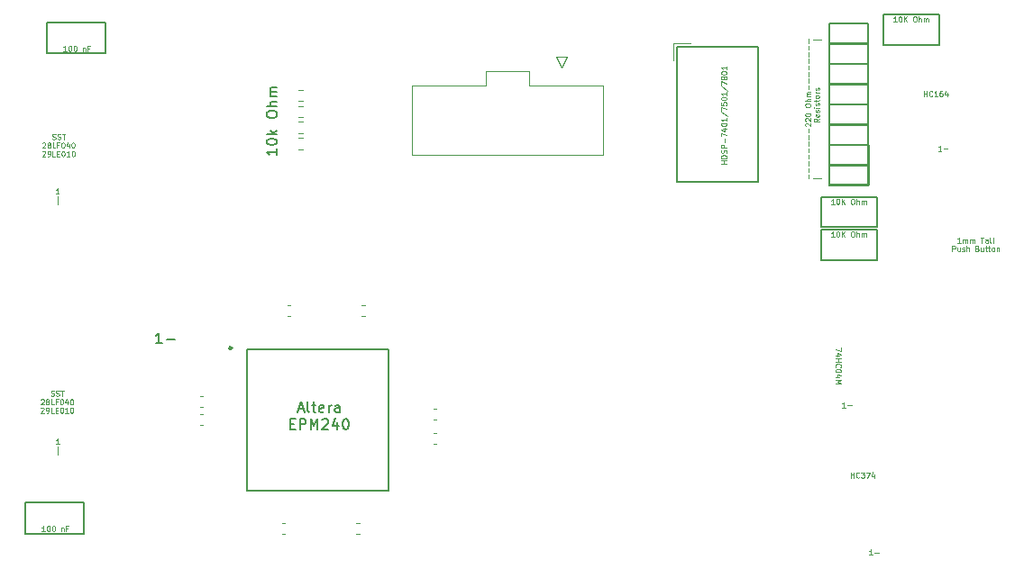
<source format=gbr>
%TF.GenerationSoftware,KiCad,Pcbnew,(6.0.2)*%
%TF.CreationDate,2022-12-30T16:08:33-06:00*%
%TF.ProjectId,REF1329_Altera,52454631-3332-4395-9f41-6c746572612e,rev?*%
%TF.SameCoordinates,Original*%
%TF.FileFunction,Legend,Top*%
%TF.FilePolarity,Positive*%
%FSLAX46Y46*%
G04 Gerber Fmt 4.6, Leading zero omitted, Abs format (unit mm)*
G04 Created by KiCad (PCBNEW (6.0.2)) date 2022-12-30 16:08:33*
%MOMM*%
%LPD*%
G01*
G04 APERTURE LIST*
%ADD10C,0.150000*%
%ADD11C,0.125000*%
%ADD12C,0.120000*%
%ADD13C,0.200000*%
%ADD14C,0.250000*%
G04 APERTURE END LIST*
D10*
X181709000Y-73933000D02*
X185329000Y-73933000D01*
X185329000Y-73933000D02*
X185329000Y-75808000D01*
X185329000Y-75808000D02*
X181709000Y-75808000D01*
X181709000Y-75808000D02*
X181709000Y-73933000D01*
X181709000Y-83474000D02*
X185364000Y-83474000D01*
X185364000Y-83474000D02*
X185364000Y-85364000D01*
X185364000Y-85364000D02*
X181709000Y-85364000D01*
X181709000Y-85364000D02*
X181709000Y-83474000D01*
X181709000Y-85372000D02*
X185364000Y-85372000D01*
X185364000Y-85372000D02*
X185364000Y-87198000D01*
X185364000Y-87198000D02*
X181709000Y-87198000D01*
X181709000Y-87198000D02*
X181709000Y-85372000D01*
X181709000Y-77714000D02*
X185295000Y-77714000D01*
X185295000Y-77714000D02*
X185295000Y-79629000D01*
X185295000Y-79629000D02*
X181709000Y-79629000D01*
X181709000Y-79629000D02*
X181709000Y-77714000D01*
X181709000Y-75816000D02*
X185306000Y-75816000D01*
X185306000Y-75816000D02*
X185306000Y-77714000D01*
X185306000Y-77714000D02*
X181709000Y-77714000D01*
X181709000Y-77714000D02*
X181709000Y-75816000D01*
X181709000Y-79621000D02*
X185322000Y-79621000D01*
X185322000Y-79621000D02*
X185322000Y-81544000D01*
X185322000Y-81544000D02*
X181709000Y-81544000D01*
X181709000Y-81544000D02*
X181709000Y-79621000D01*
X181709000Y-81544000D02*
X185329000Y-81544000D01*
X185329000Y-81544000D02*
X185329000Y-83449000D01*
X185329000Y-83449000D02*
X181709000Y-83449000D01*
X181709000Y-83449000D02*
X181709000Y-81544000D01*
X181709000Y-71984000D02*
X185310000Y-71984000D01*
X185310000Y-71984000D02*
X185310000Y-73914000D01*
X185310000Y-73914000D02*
X181709000Y-73914000D01*
X181709000Y-73914000D02*
X181709000Y-71984000D01*
D11*
X108697571Y-82872380D02*
X108769000Y-82896190D01*
X108888047Y-82896190D01*
X108935666Y-82872380D01*
X108959476Y-82848571D01*
X108983285Y-82800952D01*
X108983285Y-82753333D01*
X108959476Y-82705714D01*
X108935666Y-82681904D01*
X108888047Y-82658095D01*
X108792809Y-82634285D01*
X108745190Y-82610476D01*
X108721380Y-82586666D01*
X108697571Y-82539047D01*
X108697571Y-82491428D01*
X108721380Y-82443809D01*
X108745190Y-82420000D01*
X108792809Y-82396190D01*
X108911857Y-82396190D01*
X108983285Y-82420000D01*
X109173761Y-82872380D02*
X109245190Y-82896190D01*
X109364238Y-82896190D01*
X109411857Y-82872380D01*
X109435666Y-82848571D01*
X109459476Y-82800952D01*
X109459476Y-82753333D01*
X109435666Y-82705714D01*
X109411857Y-82681904D01*
X109364238Y-82658095D01*
X109269000Y-82634285D01*
X109221380Y-82610476D01*
X109197571Y-82586666D01*
X109173761Y-82539047D01*
X109173761Y-82491428D01*
X109197571Y-82443809D01*
X109221380Y-82420000D01*
X109269000Y-82396190D01*
X109388047Y-82396190D01*
X109459476Y-82420000D01*
X109602333Y-82396190D02*
X109888047Y-82396190D01*
X109745190Y-82896190D02*
X109745190Y-82396190D01*
X107757095Y-83248809D02*
X107780904Y-83225000D01*
X107828523Y-83201190D01*
X107947571Y-83201190D01*
X107995190Y-83225000D01*
X108019000Y-83248809D01*
X108042809Y-83296428D01*
X108042809Y-83344047D01*
X108019000Y-83415476D01*
X107733285Y-83701190D01*
X108042809Y-83701190D01*
X108328523Y-83415476D02*
X108280904Y-83391666D01*
X108257095Y-83367857D01*
X108233285Y-83320238D01*
X108233285Y-83296428D01*
X108257095Y-83248809D01*
X108280904Y-83225000D01*
X108328523Y-83201190D01*
X108423761Y-83201190D01*
X108471380Y-83225000D01*
X108495190Y-83248809D01*
X108519000Y-83296428D01*
X108519000Y-83320238D01*
X108495190Y-83367857D01*
X108471380Y-83391666D01*
X108423761Y-83415476D01*
X108328523Y-83415476D01*
X108280904Y-83439285D01*
X108257095Y-83463095D01*
X108233285Y-83510714D01*
X108233285Y-83605952D01*
X108257095Y-83653571D01*
X108280904Y-83677380D01*
X108328523Y-83701190D01*
X108423761Y-83701190D01*
X108471380Y-83677380D01*
X108495190Y-83653571D01*
X108519000Y-83605952D01*
X108519000Y-83510714D01*
X108495190Y-83463095D01*
X108471380Y-83439285D01*
X108423761Y-83415476D01*
X108971380Y-83701190D02*
X108733285Y-83701190D01*
X108733285Y-83201190D01*
X109304714Y-83439285D02*
X109138047Y-83439285D01*
X109138047Y-83701190D02*
X109138047Y-83201190D01*
X109376142Y-83201190D01*
X109661857Y-83201190D02*
X109709476Y-83201190D01*
X109757095Y-83225000D01*
X109780904Y-83248809D01*
X109804714Y-83296428D01*
X109828523Y-83391666D01*
X109828523Y-83510714D01*
X109804714Y-83605952D01*
X109780904Y-83653571D01*
X109757095Y-83677380D01*
X109709476Y-83701190D01*
X109661857Y-83701190D01*
X109614238Y-83677380D01*
X109590428Y-83653571D01*
X109566619Y-83605952D01*
X109542809Y-83510714D01*
X109542809Y-83391666D01*
X109566619Y-83296428D01*
X109590428Y-83248809D01*
X109614238Y-83225000D01*
X109661857Y-83201190D01*
X110257095Y-83367857D02*
X110257095Y-83701190D01*
X110138047Y-83177380D02*
X110019000Y-83534523D01*
X110328523Y-83534523D01*
X110614238Y-83201190D02*
X110661857Y-83201190D01*
X110709476Y-83225000D01*
X110733285Y-83248809D01*
X110757095Y-83296428D01*
X110780904Y-83391666D01*
X110780904Y-83510714D01*
X110757095Y-83605952D01*
X110733285Y-83653571D01*
X110709476Y-83677380D01*
X110661857Y-83701190D01*
X110614238Y-83701190D01*
X110566619Y-83677380D01*
X110542809Y-83653571D01*
X110519000Y-83605952D01*
X110495190Y-83510714D01*
X110495190Y-83391666D01*
X110519000Y-83296428D01*
X110542809Y-83248809D01*
X110566619Y-83225000D01*
X110614238Y-83201190D01*
X107745190Y-84053809D02*
X107769000Y-84030000D01*
X107816619Y-84006190D01*
X107935666Y-84006190D01*
X107983285Y-84030000D01*
X108007095Y-84053809D01*
X108030904Y-84101428D01*
X108030904Y-84149047D01*
X108007095Y-84220476D01*
X107721380Y-84506190D01*
X108030904Y-84506190D01*
X108269000Y-84506190D02*
X108364238Y-84506190D01*
X108411857Y-84482380D01*
X108435666Y-84458571D01*
X108483285Y-84387142D01*
X108507095Y-84291904D01*
X108507095Y-84101428D01*
X108483285Y-84053809D01*
X108459476Y-84030000D01*
X108411857Y-84006190D01*
X108316619Y-84006190D01*
X108269000Y-84030000D01*
X108245190Y-84053809D01*
X108221380Y-84101428D01*
X108221380Y-84220476D01*
X108245190Y-84268095D01*
X108269000Y-84291904D01*
X108316619Y-84315714D01*
X108411857Y-84315714D01*
X108459476Y-84291904D01*
X108483285Y-84268095D01*
X108507095Y-84220476D01*
X108959476Y-84506190D02*
X108721380Y-84506190D01*
X108721380Y-84006190D01*
X109126142Y-84244285D02*
X109292809Y-84244285D01*
X109364238Y-84506190D02*
X109126142Y-84506190D01*
X109126142Y-84006190D01*
X109364238Y-84006190D01*
X109673761Y-84006190D02*
X109721380Y-84006190D01*
X109769000Y-84030000D01*
X109792809Y-84053809D01*
X109816619Y-84101428D01*
X109840428Y-84196666D01*
X109840428Y-84315714D01*
X109816619Y-84410952D01*
X109792809Y-84458571D01*
X109769000Y-84482380D01*
X109721380Y-84506190D01*
X109673761Y-84506190D01*
X109626142Y-84482380D01*
X109602333Y-84458571D01*
X109578523Y-84410952D01*
X109554714Y-84315714D01*
X109554714Y-84196666D01*
X109578523Y-84101428D01*
X109602333Y-84053809D01*
X109626142Y-84030000D01*
X109673761Y-84006190D01*
X110316619Y-84506190D02*
X110030904Y-84506190D01*
X110173761Y-84506190D02*
X110173761Y-84006190D01*
X110126142Y-84077619D01*
X110078523Y-84125238D01*
X110030904Y-84149047D01*
X110626142Y-84006190D02*
X110673761Y-84006190D01*
X110721380Y-84030000D01*
X110745190Y-84053809D01*
X110769000Y-84101428D01*
X110792809Y-84196666D01*
X110792809Y-84315714D01*
X110769000Y-84410952D01*
X110745190Y-84458571D01*
X110721380Y-84482380D01*
X110673761Y-84506190D01*
X110626142Y-84506190D01*
X110578523Y-84482380D01*
X110554714Y-84458571D01*
X110530904Y-84410952D01*
X110507095Y-84315714D01*
X110507095Y-84196666D01*
X110530904Y-84101428D01*
X110554714Y-84053809D01*
X110578523Y-84030000D01*
X110626142Y-84006190D01*
X108563571Y-107004380D02*
X108635000Y-107028190D01*
X108754047Y-107028190D01*
X108801666Y-107004380D01*
X108825476Y-106980571D01*
X108849285Y-106932952D01*
X108849285Y-106885333D01*
X108825476Y-106837714D01*
X108801666Y-106813904D01*
X108754047Y-106790095D01*
X108658809Y-106766285D01*
X108611190Y-106742476D01*
X108587380Y-106718666D01*
X108563571Y-106671047D01*
X108563571Y-106623428D01*
X108587380Y-106575809D01*
X108611190Y-106552000D01*
X108658809Y-106528190D01*
X108777857Y-106528190D01*
X108849285Y-106552000D01*
X109039761Y-107004380D02*
X109111190Y-107028190D01*
X109230238Y-107028190D01*
X109277857Y-107004380D01*
X109301666Y-106980571D01*
X109325476Y-106932952D01*
X109325476Y-106885333D01*
X109301666Y-106837714D01*
X109277857Y-106813904D01*
X109230238Y-106790095D01*
X109135000Y-106766285D01*
X109087380Y-106742476D01*
X109063571Y-106718666D01*
X109039761Y-106671047D01*
X109039761Y-106623428D01*
X109063571Y-106575809D01*
X109087380Y-106552000D01*
X109135000Y-106528190D01*
X109254047Y-106528190D01*
X109325476Y-106552000D01*
X109468333Y-106528190D02*
X109754047Y-106528190D01*
X109611190Y-107028190D02*
X109611190Y-106528190D01*
X107623095Y-107380809D02*
X107646904Y-107357000D01*
X107694523Y-107333190D01*
X107813571Y-107333190D01*
X107861190Y-107357000D01*
X107885000Y-107380809D01*
X107908809Y-107428428D01*
X107908809Y-107476047D01*
X107885000Y-107547476D01*
X107599285Y-107833190D01*
X107908809Y-107833190D01*
X108194523Y-107547476D02*
X108146904Y-107523666D01*
X108123095Y-107499857D01*
X108099285Y-107452238D01*
X108099285Y-107428428D01*
X108123095Y-107380809D01*
X108146904Y-107357000D01*
X108194523Y-107333190D01*
X108289761Y-107333190D01*
X108337380Y-107357000D01*
X108361190Y-107380809D01*
X108385000Y-107428428D01*
X108385000Y-107452238D01*
X108361190Y-107499857D01*
X108337380Y-107523666D01*
X108289761Y-107547476D01*
X108194523Y-107547476D01*
X108146904Y-107571285D01*
X108123095Y-107595095D01*
X108099285Y-107642714D01*
X108099285Y-107737952D01*
X108123095Y-107785571D01*
X108146904Y-107809380D01*
X108194523Y-107833190D01*
X108289761Y-107833190D01*
X108337380Y-107809380D01*
X108361190Y-107785571D01*
X108385000Y-107737952D01*
X108385000Y-107642714D01*
X108361190Y-107595095D01*
X108337380Y-107571285D01*
X108289761Y-107547476D01*
X108837380Y-107833190D02*
X108599285Y-107833190D01*
X108599285Y-107333190D01*
X109170714Y-107571285D02*
X109004047Y-107571285D01*
X109004047Y-107833190D02*
X109004047Y-107333190D01*
X109242142Y-107333190D01*
X109527857Y-107333190D02*
X109575476Y-107333190D01*
X109623095Y-107357000D01*
X109646904Y-107380809D01*
X109670714Y-107428428D01*
X109694523Y-107523666D01*
X109694523Y-107642714D01*
X109670714Y-107737952D01*
X109646904Y-107785571D01*
X109623095Y-107809380D01*
X109575476Y-107833190D01*
X109527857Y-107833190D01*
X109480238Y-107809380D01*
X109456428Y-107785571D01*
X109432619Y-107737952D01*
X109408809Y-107642714D01*
X109408809Y-107523666D01*
X109432619Y-107428428D01*
X109456428Y-107380809D01*
X109480238Y-107357000D01*
X109527857Y-107333190D01*
X110123095Y-107499857D02*
X110123095Y-107833190D01*
X110004047Y-107309380D02*
X109885000Y-107666523D01*
X110194523Y-107666523D01*
X110480238Y-107333190D02*
X110527857Y-107333190D01*
X110575476Y-107357000D01*
X110599285Y-107380809D01*
X110623095Y-107428428D01*
X110646904Y-107523666D01*
X110646904Y-107642714D01*
X110623095Y-107737952D01*
X110599285Y-107785571D01*
X110575476Y-107809380D01*
X110527857Y-107833190D01*
X110480238Y-107833190D01*
X110432619Y-107809380D01*
X110408809Y-107785571D01*
X110385000Y-107737952D01*
X110361190Y-107642714D01*
X110361190Y-107523666D01*
X110385000Y-107428428D01*
X110408809Y-107380809D01*
X110432619Y-107357000D01*
X110480238Y-107333190D01*
X107611190Y-108185809D02*
X107635000Y-108162000D01*
X107682619Y-108138190D01*
X107801666Y-108138190D01*
X107849285Y-108162000D01*
X107873095Y-108185809D01*
X107896904Y-108233428D01*
X107896904Y-108281047D01*
X107873095Y-108352476D01*
X107587380Y-108638190D01*
X107896904Y-108638190D01*
X108135000Y-108638190D02*
X108230238Y-108638190D01*
X108277857Y-108614380D01*
X108301666Y-108590571D01*
X108349285Y-108519142D01*
X108373095Y-108423904D01*
X108373095Y-108233428D01*
X108349285Y-108185809D01*
X108325476Y-108162000D01*
X108277857Y-108138190D01*
X108182619Y-108138190D01*
X108135000Y-108162000D01*
X108111190Y-108185809D01*
X108087380Y-108233428D01*
X108087380Y-108352476D01*
X108111190Y-108400095D01*
X108135000Y-108423904D01*
X108182619Y-108447714D01*
X108277857Y-108447714D01*
X108325476Y-108423904D01*
X108349285Y-108400095D01*
X108373095Y-108352476D01*
X108825476Y-108638190D02*
X108587380Y-108638190D01*
X108587380Y-108138190D01*
X108992142Y-108376285D02*
X109158809Y-108376285D01*
X109230238Y-108638190D02*
X108992142Y-108638190D01*
X108992142Y-108138190D01*
X109230238Y-108138190D01*
X109539761Y-108138190D02*
X109587380Y-108138190D01*
X109635000Y-108162000D01*
X109658809Y-108185809D01*
X109682619Y-108233428D01*
X109706428Y-108328666D01*
X109706428Y-108447714D01*
X109682619Y-108542952D01*
X109658809Y-108590571D01*
X109635000Y-108614380D01*
X109587380Y-108638190D01*
X109539761Y-108638190D01*
X109492142Y-108614380D01*
X109468333Y-108590571D01*
X109444523Y-108542952D01*
X109420714Y-108447714D01*
X109420714Y-108328666D01*
X109444523Y-108233428D01*
X109468333Y-108185809D01*
X109492142Y-108162000D01*
X109539761Y-108138190D01*
X110182619Y-108638190D02*
X109896904Y-108638190D01*
X110039761Y-108638190D02*
X110039761Y-108138190D01*
X109992142Y-108209619D01*
X109944523Y-108257238D01*
X109896904Y-108281047D01*
X110492142Y-108138190D02*
X110539761Y-108138190D01*
X110587380Y-108162000D01*
X110611190Y-108185809D01*
X110635000Y-108233428D01*
X110658809Y-108328666D01*
X110658809Y-108447714D01*
X110635000Y-108542952D01*
X110611190Y-108590571D01*
X110587380Y-108614380D01*
X110539761Y-108638190D01*
X110492142Y-108638190D01*
X110444523Y-108614380D01*
X110420714Y-108590571D01*
X110396904Y-108542952D01*
X110373095Y-108447714D01*
X110373095Y-108328666D01*
X110396904Y-108233428D01*
X110420714Y-108185809D01*
X110444523Y-108162000D01*
X110492142Y-108138190D01*
D10*
X131778809Y-108278666D02*
X132255000Y-108278666D01*
X131683571Y-108564380D02*
X132016904Y-107564380D01*
X132350238Y-108564380D01*
X132826428Y-108564380D02*
X132731190Y-108516761D01*
X132683571Y-108421523D01*
X132683571Y-107564380D01*
X133064523Y-107897714D02*
X133445476Y-107897714D01*
X133207380Y-107564380D02*
X133207380Y-108421523D01*
X133255000Y-108516761D01*
X133350238Y-108564380D01*
X133445476Y-108564380D01*
X134159761Y-108516761D02*
X134064523Y-108564380D01*
X133874047Y-108564380D01*
X133778809Y-108516761D01*
X133731190Y-108421523D01*
X133731190Y-108040571D01*
X133778809Y-107945333D01*
X133874047Y-107897714D01*
X134064523Y-107897714D01*
X134159761Y-107945333D01*
X134207380Y-108040571D01*
X134207380Y-108135809D01*
X133731190Y-108231047D01*
X134635952Y-108564380D02*
X134635952Y-107897714D01*
X134635952Y-108088190D02*
X134683571Y-107992952D01*
X134731190Y-107945333D01*
X134826428Y-107897714D01*
X134921666Y-107897714D01*
X135683571Y-108564380D02*
X135683571Y-108040571D01*
X135635952Y-107945333D01*
X135540714Y-107897714D01*
X135350238Y-107897714D01*
X135255000Y-107945333D01*
X135683571Y-108516761D02*
X135588333Y-108564380D01*
X135350238Y-108564380D01*
X135255000Y-108516761D01*
X135207380Y-108421523D01*
X135207380Y-108326285D01*
X135255000Y-108231047D01*
X135350238Y-108183428D01*
X135588333Y-108183428D01*
X135683571Y-108135809D01*
X131040714Y-109650571D02*
X131374047Y-109650571D01*
X131516904Y-110174380D02*
X131040714Y-110174380D01*
X131040714Y-109174380D01*
X131516904Y-109174380D01*
X131945476Y-110174380D02*
X131945476Y-109174380D01*
X132326428Y-109174380D01*
X132421666Y-109222000D01*
X132469285Y-109269619D01*
X132516904Y-109364857D01*
X132516904Y-109507714D01*
X132469285Y-109602952D01*
X132421666Y-109650571D01*
X132326428Y-109698190D01*
X131945476Y-109698190D01*
X132945476Y-110174380D02*
X132945476Y-109174380D01*
X133278809Y-109888666D01*
X133612142Y-109174380D01*
X133612142Y-110174380D01*
X134040714Y-109269619D02*
X134088333Y-109222000D01*
X134183571Y-109174380D01*
X134421666Y-109174380D01*
X134516904Y-109222000D01*
X134564523Y-109269619D01*
X134612142Y-109364857D01*
X134612142Y-109460095D01*
X134564523Y-109602952D01*
X133993095Y-110174380D01*
X134612142Y-110174380D01*
X135469285Y-109507714D02*
X135469285Y-110174380D01*
X135231190Y-109126761D02*
X134993095Y-109841047D01*
X135612142Y-109841047D01*
X136183571Y-109174380D02*
X136278809Y-109174380D01*
X136374047Y-109222000D01*
X136421666Y-109269619D01*
X136469285Y-109364857D01*
X136516904Y-109555333D01*
X136516904Y-109793428D01*
X136469285Y-109983904D01*
X136421666Y-110079142D01*
X136374047Y-110126761D01*
X136278809Y-110174380D01*
X136183571Y-110174380D01*
X136088333Y-110126761D01*
X136040714Y-110079142D01*
X135993095Y-109983904D01*
X135945476Y-109793428D01*
X135945476Y-109555333D01*
X135993095Y-109364857D01*
X136040714Y-109269619D01*
X136088333Y-109222000D01*
X136183571Y-109174380D01*
D11*
X190539857Y-78859190D02*
X190539857Y-78359190D01*
X190539857Y-78597285D02*
X190825571Y-78597285D01*
X190825571Y-78859190D02*
X190825571Y-78359190D01*
X191349380Y-78811571D02*
X191325571Y-78835380D01*
X191254142Y-78859190D01*
X191206523Y-78859190D01*
X191135095Y-78835380D01*
X191087476Y-78787761D01*
X191063666Y-78740142D01*
X191039857Y-78644904D01*
X191039857Y-78573476D01*
X191063666Y-78478238D01*
X191087476Y-78430619D01*
X191135095Y-78383000D01*
X191206523Y-78359190D01*
X191254142Y-78359190D01*
X191325571Y-78383000D01*
X191349380Y-78406809D01*
X191825571Y-78859190D02*
X191539857Y-78859190D01*
X191682714Y-78859190D02*
X191682714Y-78359190D01*
X191635095Y-78430619D01*
X191587476Y-78478238D01*
X191539857Y-78502047D01*
X192254142Y-78359190D02*
X192158904Y-78359190D01*
X192111285Y-78383000D01*
X192087476Y-78406809D01*
X192039857Y-78478238D01*
X192016047Y-78573476D01*
X192016047Y-78763952D01*
X192039857Y-78811571D01*
X192063666Y-78835380D01*
X192111285Y-78859190D01*
X192206523Y-78859190D01*
X192254142Y-78835380D01*
X192277952Y-78811571D01*
X192301761Y-78763952D01*
X192301761Y-78644904D01*
X192277952Y-78597285D01*
X192254142Y-78573476D01*
X192206523Y-78549666D01*
X192111285Y-78549666D01*
X192063666Y-78573476D01*
X192039857Y-78597285D01*
X192016047Y-78644904D01*
X192730333Y-78525857D02*
X192730333Y-78859190D01*
X192611285Y-78335380D02*
X192492238Y-78692523D01*
X192801761Y-78692523D01*
X192186333Y-84001190D02*
X191900619Y-84001190D01*
X192043476Y-84001190D02*
X192043476Y-83501190D01*
X191995857Y-83572619D01*
X191948238Y-83620238D01*
X191900619Y-83644047D01*
X192400619Y-83810714D02*
X192781571Y-83810714D01*
X109336857Y-111561690D02*
X109051142Y-111561690D01*
X109194000Y-111561690D02*
X109194000Y-111061690D01*
X109146380Y-111133119D01*
X109098761Y-111180738D01*
X109051142Y-111204547D01*
X109194000Y-112533357D02*
X109194000Y-111819071D01*
X172013190Y-85197428D02*
X171513190Y-85197428D01*
X171751285Y-85197428D02*
X171751285Y-84911714D01*
X172013190Y-84911714D02*
X171513190Y-84911714D01*
X172013190Y-84673619D02*
X171513190Y-84673619D01*
X171513190Y-84554571D01*
X171537000Y-84483142D01*
X171584619Y-84435523D01*
X171632238Y-84411714D01*
X171727476Y-84387904D01*
X171798904Y-84387904D01*
X171894142Y-84411714D01*
X171941761Y-84435523D01*
X171989380Y-84483142D01*
X172013190Y-84554571D01*
X172013190Y-84673619D01*
X171989380Y-84197428D02*
X172013190Y-84126000D01*
X172013190Y-84006952D01*
X171989380Y-83959333D01*
X171965571Y-83935523D01*
X171917952Y-83911714D01*
X171870333Y-83911714D01*
X171822714Y-83935523D01*
X171798904Y-83959333D01*
X171775095Y-84006952D01*
X171751285Y-84102190D01*
X171727476Y-84149809D01*
X171703666Y-84173619D01*
X171656047Y-84197428D01*
X171608428Y-84197428D01*
X171560809Y-84173619D01*
X171537000Y-84149809D01*
X171513190Y-84102190D01*
X171513190Y-83983142D01*
X171537000Y-83911714D01*
X172013190Y-83697428D02*
X171513190Y-83697428D01*
X171513190Y-83506952D01*
X171537000Y-83459333D01*
X171560809Y-83435523D01*
X171608428Y-83411714D01*
X171679857Y-83411714D01*
X171727476Y-83435523D01*
X171751285Y-83459333D01*
X171775095Y-83506952D01*
X171775095Y-83697428D01*
X171822714Y-83197428D02*
X171822714Y-82816476D01*
X171513190Y-82626000D02*
X171513190Y-82292666D01*
X172013190Y-82506952D01*
X171679857Y-81887904D02*
X172013190Y-81887904D01*
X171489380Y-82006952D02*
X171846523Y-82126000D01*
X171846523Y-81816476D01*
X171513190Y-81530761D02*
X171513190Y-81483142D01*
X171537000Y-81435523D01*
X171560809Y-81411714D01*
X171608428Y-81387904D01*
X171703666Y-81364095D01*
X171822714Y-81364095D01*
X171917952Y-81387904D01*
X171965571Y-81411714D01*
X171989380Y-81435523D01*
X172013190Y-81483142D01*
X172013190Y-81530761D01*
X171989380Y-81578380D01*
X171965571Y-81602190D01*
X171917952Y-81626000D01*
X171822714Y-81649809D01*
X171703666Y-81649809D01*
X171608428Y-81626000D01*
X171560809Y-81602190D01*
X171537000Y-81578380D01*
X171513190Y-81530761D01*
X172013190Y-80887904D02*
X172013190Y-81173619D01*
X172013190Y-81030761D02*
X171513190Y-81030761D01*
X171584619Y-81078380D01*
X171632238Y-81126000D01*
X171656047Y-81173619D01*
X171489380Y-80316476D02*
X172132238Y-80745047D01*
X171513190Y-80197428D02*
X171513190Y-79864095D01*
X172013190Y-80078380D01*
X171513190Y-79435523D02*
X171513190Y-79673619D01*
X171751285Y-79697428D01*
X171727476Y-79673619D01*
X171703666Y-79626000D01*
X171703666Y-79506952D01*
X171727476Y-79459333D01*
X171751285Y-79435523D01*
X171798904Y-79411714D01*
X171917952Y-79411714D01*
X171965571Y-79435523D01*
X171989380Y-79459333D01*
X172013190Y-79506952D01*
X172013190Y-79626000D01*
X171989380Y-79673619D01*
X171965571Y-79697428D01*
X171513190Y-79102190D02*
X171513190Y-79054571D01*
X171537000Y-79006952D01*
X171560809Y-78983142D01*
X171608428Y-78959333D01*
X171703666Y-78935523D01*
X171822714Y-78935523D01*
X171917952Y-78959333D01*
X171965571Y-78983142D01*
X171989380Y-79006952D01*
X172013190Y-79054571D01*
X172013190Y-79102190D01*
X171989380Y-79149809D01*
X171965571Y-79173619D01*
X171917952Y-79197428D01*
X171822714Y-79221238D01*
X171703666Y-79221238D01*
X171608428Y-79197428D01*
X171560809Y-79173619D01*
X171537000Y-79149809D01*
X171513190Y-79102190D01*
X172013190Y-78459333D02*
X172013190Y-78745047D01*
X172013190Y-78602190D02*
X171513190Y-78602190D01*
X171584619Y-78649809D01*
X171632238Y-78697428D01*
X171656047Y-78745047D01*
X171489380Y-77887904D02*
X172132238Y-78316476D01*
X171513190Y-77768857D02*
X171513190Y-77435523D01*
X172013190Y-77649809D01*
X171727476Y-77173619D02*
X171703666Y-77221238D01*
X171679857Y-77245047D01*
X171632238Y-77268857D01*
X171608428Y-77268857D01*
X171560809Y-77245047D01*
X171537000Y-77221238D01*
X171513190Y-77173619D01*
X171513190Y-77078380D01*
X171537000Y-77030761D01*
X171560809Y-77006952D01*
X171608428Y-76983142D01*
X171632238Y-76983142D01*
X171679857Y-77006952D01*
X171703666Y-77030761D01*
X171727476Y-77078380D01*
X171727476Y-77173619D01*
X171751285Y-77221238D01*
X171775095Y-77245047D01*
X171822714Y-77268857D01*
X171917952Y-77268857D01*
X171965571Y-77245047D01*
X171989380Y-77221238D01*
X172013190Y-77173619D01*
X172013190Y-77078380D01*
X171989380Y-77030761D01*
X171965571Y-77006952D01*
X171917952Y-76983142D01*
X171822714Y-76983142D01*
X171775095Y-77006952D01*
X171751285Y-77030761D01*
X171727476Y-77078380D01*
X171513190Y-76673619D02*
X171513190Y-76626000D01*
X171537000Y-76578380D01*
X171560809Y-76554571D01*
X171608428Y-76530761D01*
X171703666Y-76506952D01*
X171822714Y-76506952D01*
X171917952Y-76530761D01*
X171965571Y-76554571D01*
X171989380Y-76578380D01*
X172013190Y-76626000D01*
X172013190Y-76673619D01*
X171989380Y-76721238D01*
X171965571Y-76745047D01*
X171917952Y-76768857D01*
X171822714Y-76792666D01*
X171703666Y-76792666D01*
X171608428Y-76768857D01*
X171560809Y-76745047D01*
X171537000Y-76721238D01*
X171513190Y-76673619D01*
X172013190Y-76030761D02*
X172013190Y-76316476D01*
X172013190Y-76173619D02*
X171513190Y-76173619D01*
X171584619Y-76221238D01*
X171632238Y-76268857D01*
X171656047Y-76316476D01*
X185720333Y-121975190D02*
X185434619Y-121975190D01*
X185577476Y-121975190D02*
X185577476Y-121475190D01*
X185529857Y-121546619D01*
X185482238Y-121594238D01*
X185434619Y-121618047D01*
X185934619Y-121784714D02*
X186315571Y-121784714D01*
X183674857Y-114722190D02*
X183674857Y-114222190D01*
X183674857Y-114460285D02*
X183960571Y-114460285D01*
X183960571Y-114722190D02*
X183960571Y-114222190D01*
X184484380Y-114674571D02*
X184460571Y-114698380D01*
X184389142Y-114722190D01*
X184341523Y-114722190D01*
X184270095Y-114698380D01*
X184222476Y-114650761D01*
X184198666Y-114603142D01*
X184174857Y-114507904D01*
X184174857Y-114436476D01*
X184198666Y-114341238D01*
X184222476Y-114293619D01*
X184270095Y-114246000D01*
X184341523Y-114222190D01*
X184389142Y-114222190D01*
X184460571Y-114246000D01*
X184484380Y-114269809D01*
X184651047Y-114222190D02*
X184960571Y-114222190D01*
X184793904Y-114412666D01*
X184865333Y-114412666D01*
X184912952Y-114436476D01*
X184936761Y-114460285D01*
X184960571Y-114507904D01*
X184960571Y-114626952D01*
X184936761Y-114674571D01*
X184912952Y-114698380D01*
X184865333Y-114722190D01*
X184722476Y-114722190D01*
X184674857Y-114698380D01*
X184651047Y-114674571D01*
X185127238Y-114222190D02*
X185460571Y-114222190D01*
X185246285Y-114722190D01*
X185865333Y-114388857D02*
X185865333Y-114722190D01*
X185746285Y-114198380D02*
X185627238Y-114555523D01*
X185936761Y-114555523D01*
X183163333Y-108127190D02*
X182877619Y-108127190D01*
X183020476Y-108127190D02*
X183020476Y-107627190D01*
X182972857Y-107698619D01*
X182925238Y-107746238D01*
X182877619Y-107770047D01*
X183377619Y-107936714D02*
X183758571Y-107936714D01*
X109310857Y-88029690D02*
X109025142Y-88029690D01*
X109168000Y-88029690D02*
X109168000Y-87529690D01*
X109120380Y-87601119D01*
X109072761Y-87648738D01*
X109025142Y-87672547D01*
X109168000Y-89001357D02*
X109168000Y-88287071D01*
D10*
X118986666Y-102093380D02*
X118415238Y-102093380D01*
X118700952Y-102093380D02*
X118700952Y-101093380D01*
X118605714Y-101236238D01*
X118510476Y-101331476D01*
X118415238Y-101379095D01*
X119415238Y-101712428D02*
X120177142Y-101712428D01*
D11*
X182750809Y-102525428D02*
X182750809Y-102858761D01*
X182250809Y-102644476D01*
X182584142Y-103263523D02*
X182250809Y-103263523D01*
X182774619Y-103144476D02*
X182417476Y-103025428D01*
X182417476Y-103334952D01*
X182250809Y-103525428D02*
X182750809Y-103525428D01*
X182512714Y-103525428D02*
X182512714Y-103811142D01*
X182250809Y-103811142D02*
X182750809Y-103811142D01*
X182298428Y-104334952D02*
X182274619Y-104311142D01*
X182250809Y-104239714D01*
X182250809Y-104192095D01*
X182274619Y-104120666D01*
X182322238Y-104073047D01*
X182369857Y-104049238D01*
X182465095Y-104025428D01*
X182536523Y-104025428D01*
X182631761Y-104049238D01*
X182679380Y-104073047D01*
X182727000Y-104120666D01*
X182750809Y-104192095D01*
X182750809Y-104239714D01*
X182727000Y-104311142D01*
X182703190Y-104334952D01*
X182750809Y-104644476D02*
X182750809Y-104692095D01*
X182727000Y-104739714D01*
X182703190Y-104763523D01*
X182655571Y-104787333D01*
X182560333Y-104811142D01*
X182441285Y-104811142D01*
X182346047Y-104787333D01*
X182298428Y-104763523D01*
X182274619Y-104739714D01*
X182250809Y-104692095D01*
X182250809Y-104644476D01*
X182274619Y-104596857D01*
X182298428Y-104573047D01*
X182346047Y-104549238D01*
X182441285Y-104525428D01*
X182560333Y-104525428D01*
X182655571Y-104549238D01*
X182703190Y-104573047D01*
X182727000Y-104596857D01*
X182750809Y-104644476D01*
X182584142Y-105239714D02*
X182250809Y-105239714D01*
X182774619Y-105120666D02*
X182417476Y-105001619D01*
X182417476Y-105311142D01*
X182250809Y-105501619D02*
X182750809Y-105501619D01*
X182393666Y-105668285D01*
X182750809Y-105834952D01*
X182250809Y-105834952D01*
X194016142Y-92624690D02*
X193730428Y-92624690D01*
X193873285Y-92624690D02*
X193873285Y-92124690D01*
X193825666Y-92196119D01*
X193778047Y-92243738D01*
X193730428Y-92267547D01*
X194230428Y-92624690D02*
X194230428Y-92291357D01*
X194230428Y-92338976D02*
X194254238Y-92315166D01*
X194301857Y-92291357D01*
X194373285Y-92291357D01*
X194420904Y-92315166D01*
X194444714Y-92362785D01*
X194444714Y-92624690D01*
X194444714Y-92362785D02*
X194468523Y-92315166D01*
X194516142Y-92291357D01*
X194587571Y-92291357D01*
X194635190Y-92315166D01*
X194659000Y-92362785D01*
X194659000Y-92624690D01*
X194897095Y-92624690D02*
X194897095Y-92291357D01*
X194897095Y-92338976D02*
X194920904Y-92315166D01*
X194968523Y-92291357D01*
X195039952Y-92291357D01*
X195087571Y-92315166D01*
X195111380Y-92362785D01*
X195111380Y-92624690D01*
X195111380Y-92362785D02*
X195135190Y-92315166D01*
X195182809Y-92291357D01*
X195254238Y-92291357D01*
X195301857Y-92315166D01*
X195325666Y-92362785D01*
X195325666Y-92624690D01*
X195873285Y-92124690D02*
X196159000Y-92124690D01*
X196016142Y-92624690D02*
X196016142Y-92124690D01*
X196539952Y-92624690D02*
X196539952Y-92362785D01*
X196516142Y-92315166D01*
X196468523Y-92291357D01*
X196373285Y-92291357D01*
X196325666Y-92315166D01*
X196539952Y-92600880D02*
X196492333Y-92624690D01*
X196373285Y-92624690D01*
X196325666Y-92600880D01*
X196301857Y-92553261D01*
X196301857Y-92505642D01*
X196325666Y-92458023D01*
X196373285Y-92434214D01*
X196492333Y-92434214D01*
X196539952Y-92410404D01*
X196849476Y-92624690D02*
X196801857Y-92600880D01*
X196778047Y-92553261D01*
X196778047Y-92124690D01*
X197111380Y-92624690D02*
X197063761Y-92600880D01*
X197039952Y-92553261D01*
X197039952Y-92124690D01*
X193218523Y-93429690D02*
X193218523Y-92929690D01*
X193409000Y-92929690D01*
X193456619Y-92953500D01*
X193480428Y-92977309D01*
X193504238Y-93024928D01*
X193504238Y-93096357D01*
X193480428Y-93143976D01*
X193456619Y-93167785D01*
X193409000Y-93191595D01*
X193218523Y-93191595D01*
X193932809Y-93096357D02*
X193932809Y-93429690D01*
X193718523Y-93096357D02*
X193718523Y-93358261D01*
X193742333Y-93405880D01*
X193789952Y-93429690D01*
X193861380Y-93429690D01*
X193909000Y-93405880D01*
X193932809Y-93382071D01*
X194147095Y-93405880D02*
X194194714Y-93429690D01*
X194289952Y-93429690D01*
X194337571Y-93405880D01*
X194361380Y-93358261D01*
X194361380Y-93334452D01*
X194337571Y-93286833D01*
X194289952Y-93263023D01*
X194218523Y-93263023D01*
X194170904Y-93239214D01*
X194147095Y-93191595D01*
X194147095Y-93167785D01*
X194170904Y-93120166D01*
X194218523Y-93096357D01*
X194289952Y-93096357D01*
X194337571Y-93120166D01*
X194575666Y-93429690D02*
X194575666Y-92929690D01*
X194789952Y-93429690D02*
X194789952Y-93167785D01*
X194766142Y-93120166D01*
X194718523Y-93096357D01*
X194647095Y-93096357D01*
X194599476Y-93120166D01*
X194575666Y-93143976D01*
X195575666Y-93167785D02*
X195647095Y-93191595D01*
X195670904Y-93215404D01*
X195694714Y-93263023D01*
X195694714Y-93334452D01*
X195670904Y-93382071D01*
X195647095Y-93405880D01*
X195599476Y-93429690D01*
X195409000Y-93429690D01*
X195409000Y-92929690D01*
X195575666Y-92929690D01*
X195623285Y-92953500D01*
X195647095Y-92977309D01*
X195670904Y-93024928D01*
X195670904Y-93072547D01*
X195647095Y-93120166D01*
X195623285Y-93143976D01*
X195575666Y-93167785D01*
X195409000Y-93167785D01*
X196123285Y-93096357D02*
X196123285Y-93429690D01*
X195909000Y-93096357D02*
X195909000Y-93358261D01*
X195932809Y-93405880D01*
X195980428Y-93429690D01*
X196051857Y-93429690D01*
X196099476Y-93405880D01*
X196123285Y-93382071D01*
X196289952Y-93096357D02*
X196480428Y-93096357D01*
X196361380Y-92929690D02*
X196361380Y-93358261D01*
X196385190Y-93405880D01*
X196432809Y-93429690D01*
X196480428Y-93429690D01*
X196575666Y-93096357D02*
X196766142Y-93096357D01*
X196647095Y-92929690D02*
X196647095Y-93358261D01*
X196670904Y-93405880D01*
X196718523Y-93429690D01*
X196766142Y-93429690D01*
X197004238Y-93429690D02*
X196956619Y-93405880D01*
X196932809Y-93382071D01*
X196909000Y-93334452D01*
X196909000Y-93191595D01*
X196932809Y-93143976D01*
X196956619Y-93120166D01*
X197004238Y-93096357D01*
X197075666Y-93096357D01*
X197123285Y-93120166D01*
X197147095Y-93143976D01*
X197170904Y-93191595D01*
X197170904Y-93334452D01*
X197147095Y-93382071D01*
X197123285Y-93405880D01*
X197075666Y-93429690D01*
X197004238Y-93429690D01*
X197385190Y-93096357D02*
X197385190Y-93429690D01*
X197385190Y-93143976D02*
X197409000Y-93120166D01*
X197456619Y-93096357D01*
X197528047Y-93096357D01*
X197575666Y-93120166D01*
X197599476Y-93167785D01*
X197599476Y-93429690D01*
D10*
X129807380Y-83804047D02*
X129807380Y-84375476D01*
X129807380Y-84089761D02*
X128807380Y-84089761D01*
X128950238Y-84185000D01*
X129045476Y-84280238D01*
X129093095Y-84375476D01*
X128807380Y-83185000D02*
X128807380Y-83089761D01*
X128855000Y-82994523D01*
X128902619Y-82946904D01*
X128997857Y-82899285D01*
X129188333Y-82851666D01*
X129426428Y-82851666D01*
X129616904Y-82899285D01*
X129712142Y-82946904D01*
X129759761Y-82994523D01*
X129807380Y-83089761D01*
X129807380Y-83185000D01*
X129759761Y-83280238D01*
X129712142Y-83327857D01*
X129616904Y-83375476D01*
X129426428Y-83423095D01*
X129188333Y-83423095D01*
X128997857Y-83375476D01*
X128902619Y-83327857D01*
X128855000Y-83280238D01*
X128807380Y-83185000D01*
X129807380Y-82423095D02*
X128807380Y-82423095D01*
X129426428Y-82327857D02*
X129807380Y-82042142D01*
X129140714Y-82042142D02*
X129521666Y-82423095D01*
X128807380Y-80661190D02*
X128807380Y-80470714D01*
X128855000Y-80375476D01*
X128950238Y-80280238D01*
X129140714Y-80232619D01*
X129474047Y-80232619D01*
X129664523Y-80280238D01*
X129759761Y-80375476D01*
X129807380Y-80470714D01*
X129807380Y-80661190D01*
X129759761Y-80756428D01*
X129664523Y-80851666D01*
X129474047Y-80899285D01*
X129140714Y-80899285D01*
X128950238Y-80851666D01*
X128855000Y-80756428D01*
X128807380Y-80661190D01*
X129807380Y-79804047D02*
X128807380Y-79804047D01*
X129807380Y-79375476D02*
X129283571Y-79375476D01*
X129188333Y-79423095D01*
X129140714Y-79518333D01*
X129140714Y-79661190D01*
X129188333Y-79756428D01*
X129235952Y-79804047D01*
X129807380Y-78899285D02*
X129140714Y-78899285D01*
X129235952Y-78899285D02*
X129188333Y-78851666D01*
X129140714Y-78756428D01*
X129140714Y-78613571D01*
X129188333Y-78518333D01*
X129283571Y-78470714D01*
X129807380Y-78470714D01*
X129283571Y-78470714D02*
X129188333Y-78423095D01*
X129140714Y-78327857D01*
X129140714Y-78185000D01*
X129188333Y-78089761D01*
X129283571Y-78042142D01*
X129807380Y-78042142D01*
D11*
X179718214Y-86600523D02*
X179718214Y-86219571D01*
X179718214Y-85981476D02*
X179718214Y-85600523D01*
X179718214Y-85362428D02*
X179718214Y-84981476D01*
X179718214Y-84743380D02*
X179718214Y-84362428D01*
X179718214Y-84124333D02*
X179718214Y-83743380D01*
X179718214Y-83505285D02*
X179718214Y-83124333D01*
X179718214Y-82886238D02*
X179718214Y-82505285D01*
X179718214Y-82267190D02*
X179718214Y-81886238D01*
X179456309Y-81671952D02*
X179432500Y-81648142D01*
X179408690Y-81600523D01*
X179408690Y-81481476D01*
X179432500Y-81433857D01*
X179456309Y-81410047D01*
X179503928Y-81386238D01*
X179551547Y-81386238D01*
X179622976Y-81410047D01*
X179908690Y-81695761D01*
X179908690Y-81386238D01*
X179456309Y-81195761D02*
X179432500Y-81171952D01*
X179408690Y-81124333D01*
X179408690Y-81005285D01*
X179432500Y-80957666D01*
X179456309Y-80933857D01*
X179503928Y-80910047D01*
X179551547Y-80910047D01*
X179622976Y-80933857D01*
X179908690Y-81219571D01*
X179908690Y-80910047D01*
X179408690Y-80600523D02*
X179408690Y-80552904D01*
X179432500Y-80505285D01*
X179456309Y-80481476D01*
X179503928Y-80457666D01*
X179599166Y-80433857D01*
X179718214Y-80433857D01*
X179813452Y-80457666D01*
X179861071Y-80481476D01*
X179884880Y-80505285D01*
X179908690Y-80552904D01*
X179908690Y-80600523D01*
X179884880Y-80648142D01*
X179861071Y-80671952D01*
X179813452Y-80695761D01*
X179718214Y-80719571D01*
X179599166Y-80719571D01*
X179503928Y-80695761D01*
X179456309Y-80671952D01*
X179432500Y-80648142D01*
X179408690Y-80600523D01*
X179408690Y-79743380D02*
X179408690Y-79648142D01*
X179432500Y-79600523D01*
X179480119Y-79552904D01*
X179575357Y-79529095D01*
X179742023Y-79529095D01*
X179837261Y-79552904D01*
X179884880Y-79600523D01*
X179908690Y-79648142D01*
X179908690Y-79743380D01*
X179884880Y-79791000D01*
X179837261Y-79838619D01*
X179742023Y-79862428D01*
X179575357Y-79862428D01*
X179480119Y-79838619D01*
X179432500Y-79791000D01*
X179408690Y-79743380D01*
X179908690Y-79314809D02*
X179408690Y-79314809D01*
X179908690Y-79100523D02*
X179646785Y-79100523D01*
X179599166Y-79124333D01*
X179575357Y-79171952D01*
X179575357Y-79243380D01*
X179599166Y-79291000D01*
X179622976Y-79314809D01*
X179908690Y-78862428D02*
X179575357Y-78862428D01*
X179622976Y-78862428D02*
X179599166Y-78838619D01*
X179575357Y-78791000D01*
X179575357Y-78719571D01*
X179599166Y-78671952D01*
X179646785Y-78648142D01*
X179908690Y-78648142D01*
X179646785Y-78648142D02*
X179599166Y-78624333D01*
X179575357Y-78576714D01*
X179575357Y-78505285D01*
X179599166Y-78457666D01*
X179646785Y-78433857D01*
X179908690Y-78433857D01*
X179718214Y-78195761D02*
X179718214Y-77814809D01*
X179718214Y-77576714D02*
X179718214Y-77195761D01*
X179718214Y-76957666D02*
X179718214Y-76576714D01*
X179718214Y-76338619D02*
X179718214Y-75957666D01*
X179718214Y-75719571D02*
X179718214Y-75338619D01*
X179718214Y-75100523D02*
X179718214Y-74719571D01*
X179718214Y-74481476D02*
X179718214Y-74100523D01*
X179718214Y-73862428D02*
X179718214Y-73481476D01*
X180880357Y-86564809D02*
X180166071Y-86564809D01*
X180713690Y-80969571D02*
X180475595Y-81136238D01*
X180713690Y-81255285D02*
X180213690Y-81255285D01*
X180213690Y-81064809D01*
X180237500Y-81017190D01*
X180261309Y-80993380D01*
X180308928Y-80969571D01*
X180380357Y-80969571D01*
X180427976Y-80993380D01*
X180451785Y-81017190D01*
X180475595Y-81064809D01*
X180475595Y-81255285D01*
X180689880Y-80564809D02*
X180713690Y-80612428D01*
X180713690Y-80707666D01*
X180689880Y-80755285D01*
X180642261Y-80779095D01*
X180451785Y-80779095D01*
X180404166Y-80755285D01*
X180380357Y-80707666D01*
X180380357Y-80612428D01*
X180404166Y-80564809D01*
X180451785Y-80541000D01*
X180499404Y-80541000D01*
X180547023Y-80779095D01*
X180689880Y-80350523D02*
X180713690Y-80302904D01*
X180713690Y-80207666D01*
X180689880Y-80160047D01*
X180642261Y-80136238D01*
X180618452Y-80136238D01*
X180570833Y-80160047D01*
X180547023Y-80207666D01*
X180547023Y-80279095D01*
X180523214Y-80326714D01*
X180475595Y-80350523D01*
X180451785Y-80350523D01*
X180404166Y-80326714D01*
X180380357Y-80279095D01*
X180380357Y-80207666D01*
X180404166Y-80160047D01*
X180713690Y-79921952D02*
X180380357Y-79921952D01*
X180213690Y-79921952D02*
X180237500Y-79945761D01*
X180261309Y-79921952D01*
X180237500Y-79898142D01*
X180213690Y-79921952D01*
X180261309Y-79921952D01*
X180689880Y-79707666D02*
X180713690Y-79660047D01*
X180713690Y-79564809D01*
X180689880Y-79517190D01*
X180642261Y-79493380D01*
X180618452Y-79493380D01*
X180570833Y-79517190D01*
X180547023Y-79564809D01*
X180547023Y-79636238D01*
X180523214Y-79683857D01*
X180475595Y-79707666D01*
X180451785Y-79707666D01*
X180404166Y-79683857D01*
X180380357Y-79636238D01*
X180380357Y-79564809D01*
X180404166Y-79517190D01*
X180380357Y-79350523D02*
X180380357Y-79160047D01*
X180213690Y-79279095D02*
X180642261Y-79279095D01*
X180689880Y-79255285D01*
X180713690Y-79207666D01*
X180713690Y-79160047D01*
X180713690Y-78921952D02*
X180689880Y-78969571D01*
X180666071Y-78993380D01*
X180618452Y-79017190D01*
X180475595Y-79017190D01*
X180427976Y-78993380D01*
X180404166Y-78969571D01*
X180380357Y-78921952D01*
X180380357Y-78850523D01*
X180404166Y-78802904D01*
X180427976Y-78779095D01*
X180475595Y-78755285D01*
X180618452Y-78755285D01*
X180666071Y-78779095D01*
X180689880Y-78802904D01*
X180713690Y-78850523D01*
X180713690Y-78921952D01*
X180713690Y-78541000D02*
X180380357Y-78541000D01*
X180475595Y-78541000D02*
X180427976Y-78517190D01*
X180404166Y-78493380D01*
X180380357Y-78445761D01*
X180380357Y-78398142D01*
X180689880Y-78255285D02*
X180713690Y-78207666D01*
X180713690Y-78112428D01*
X180689880Y-78064809D01*
X180642261Y-78041000D01*
X180618452Y-78041000D01*
X180570833Y-78064809D01*
X180547023Y-78112428D01*
X180547023Y-78183857D01*
X180523214Y-78231476D01*
X180475595Y-78255285D01*
X180451785Y-78255285D01*
X180404166Y-78231476D01*
X180380357Y-78183857D01*
X180380357Y-78112428D01*
X180404166Y-78064809D01*
X180880357Y-73517190D02*
X180166071Y-73517190D01*
%TO.C,R1*%
X182147857Y-92073190D02*
X181862142Y-92073190D01*
X182005000Y-92073190D02*
X182005000Y-91573190D01*
X181957380Y-91644619D01*
X181909761Y-91692238D01*
X181862142Y-91716047D01*
X182457380Y-91573190D02*
X182505000Y-91573190D01*
X182552619Y-91597000D01*
X182576428Y-91620809D01*
X182600238Y-91668428D01*
X182624047Y-91763666D01*
X182624047Y-91882714D01*
X182600238Y-91977952D01*
X182576428Y-92025571D01*
X182552619Y-92049380D01*
X182505000Y-92073190D01*
X182457380Y-92073190D01*
X182409761Y-92049380D01*
X182385952Y-92025571D01*
X182362142Y-91977952D01*
X182338333Y-91882714D01*
X182338333Y-91763666D01*
X182362142Y-91668428D01*
X182385952Y-91620809D01*
X182409761Y-91597000D01*
X182457380Y-91573190D01*
X182838333Y-92073190D02*
X182838333Y-91573190D01*
X183124047Y-92073190D02*
X182909761Y-91787476D01*
X183124047Y-91573190D02*
X182838333Y-91858904D01*
X183814523Y-91573190D02*
X183909761Y-91573190D01*
X183957380Y-91597000D01*
X184005000Y-91644619D01*
X184028809Y-91739857D01*
X184028809Y-91906523D01*
X184005000Y-92001761D01*
X183957380Y-92049380D01*
X183909761Y-92073190D01*
X183814523Y-92073190D01*
X183766904Y-92049380D01*
X183719285Y-92001761D01*
X183695476Y-91906523D01*
X183695476Y-91739857D01*
X183719285Y-91644619D01*
X183766904Y-91597000D01*
X183814523Y-91573190D01*
X184243095Y-92073190D02*
X184243095Y-91573190D01*
X184457380Y-92073190D02*
X184457380Y-91811285D01*
X184433571Y-91763666D01*
X184385952Y-91739857D01*
X184314523Y-91739857D01*
X184266904Y-91763666D01*
X184243095Y-91787476D01*
X184695476Y-92073190D02*
X184695476Y-91739857D01*
X184695476Y-91787476D02*
X184719285Y-91763666D01*
X184766904Y-91739857D01*
X184838333Y-91739857D01*
X184885952Y-91763666D01*
X184909761Y-91811285D01*
X184909761Y-92073190D01*
X184909761Y-91811285D02*
X184933571Y-91763666D01*
X184981190Y-91739857D01*
X185052619Y-91739857D01*
X185100238Y-91763666D01*
X185124047Y-91811285D01*
X185124047Y-92073190D01*
%TO.C,C1*%
X110018714Y-74599190D02*
X109733000Y-74599190D01*
X109875857Y-74599190D02*
X109875857Y-74099190D01*
X109828238Y-74170619D01*
X109780619Y-74218238D01*
X109733000Y-74242047D01*
X110328238Y-74099190D02*
X110375857Y-74099190D01*
X110423476Y-74123000D01*
X110447285Y-74146809D01*
X110471095Y-74194428D01*
X110494904Y-74289666D01*
X110494904Y-74408714D01*
X110471095Y-74503952D01*
X110447285Y-74551571D01*
X110423476Y-74575380D01*
X110375857Y-74599190D01*
X110328238Y-74599190D01*
X110280619Y-74575380D01*
X110256809Y-74551571D01*
X110233000Y-74503952D01*
X110209190Y-74408714D01*
X110209190Y-74289666D01*
X110233000Y-74194428D01*
X110256809Y-74146809D01*
X110280619Y-74123000D01*
X110328238Y-74099190D01*
X110804428Y-74099190D02*
X110852047Y-74099190D01*
X110899666Y-74123000D01*
X110923476Y-74146809D01*
X110947285Y-74194428D01*
X110971095Y-74289666D01*
X110971095Y-74408714D01*
X110947285Y-74503952D01*
X110923476Y-74551571D01*
X110899666Y-74575380D01*
X110852047Y-74599190D01*
X110804428Y-74599190D01*
X110756809Y-74575380D01*
X110733000Y-74551571D01*
X110709190Y-74503952D01*
X110685380Y-74408714D01*
X110685380Y-74289666D01*
X110709190Y-74194428D01*
X110733000Y-74146809D01*
X110756809Y-74123000D01*
X110804428Y-74099190D01*
X111566333Y-74265857D02*
X111566333Y-74599190D01*
X111566333Y-74313476D02*
X111590142Y-74289666D01*
X111637761Y-74265857D01*
X111709190Y-74265857D01*
X111756809Y-74289666D01*
X111780619Y-74337285D01*
X111780619Y-74599190D01*
X112185380Y-74337285D02*
X112018714Y-74337285D01*
X112018714Y-74599190D02*
X112018714Y-74099190D01*
X112256809Y-74099190D01*
%TO.C,R2*%
X187992857Y-71857690D02*
X187707142Y-71857690D01*
X187850000Y-71857690D02*
X187850000Y-71357690D01*
X187802380Y-71429119D01*
X187754761Y-71476738D01*
X187707142Y-71500547D01*
X188302380Y-71357690D02*
X188350000Y-71357690D01*
X188397619Y-71381500D01*
X188421428Y-71405309D01*
X188445238Y-71452928D01*
X188469047Y-71548166D01*
X188469047Y-71667214D01*
X188445238Y-71762452D01*
X188421428Y-71810071D01*
X188397619Y-71833880D01*
X188350000Y-71857690D01*
X188302380Y-71857690D01*
X188254761Y-71833880D01*
X188230952Y-71810071D01*
X188207142Y-71762452D01*
X188183333Y-71667214D01*
X188183333Y-71548166D01*
X188207142Y-71452928D01*
X188230952Y-71405309D01*
X188254761Y-71381500D01*
X188302380Y-71357690D01*
X188683333Y-71857690D02*
X188683333Y-71357690D01*
X188969047Y-71857690D02*
X188754761Y-71571976D01*
X188969047Y-71357690D02*
X188683333Y-71643404D01*
X189659523Y-71357690D02*
X189754761Y-71357690D01*
X189802380Y-71381500D01*
X189850000Y-71429119D01*
X189873809Y-71524357D01*
X189873809Y-71691023D01*
X189850000Y-71786261D01*
X189802380Y-71833880D01*
X189754761Y-71857690D01*
X189659523Y-71857690D01*
X189611904Y-71833880D01*
X189564285Y-71786261D01*
X189540476Y-71691023D01*
X189540476Y-71524357D01*
X189564285Y-71429119D01*
X189611904Y-71381500D01*
X189659523Y-71357690D01*
X190088095Y-71857690D02*
X190088095Y-71357690D01*
X190302380Y-71857690D02*
X190302380Y-71595785D01*
X190278571Y-71548166D01*
X190230952Y-71524357D01*
X190159523Y-71524357D01*
X190111904Y-71548166D01*
X190088095Y-71571976D01*
X190540476Y-71857690D02*
X190540476Y-71524357D01*
X190540476Y-71571976D02*
X190564285Y-71548166D01*
X190611904Y-71524357D01*
X190683333Y-71524357D01*
X190730952Y-71548166D01*
X190754761Y-71595785D01*
X190754761Y-71857690D01*
X190754761Y-71595785D02*
X190778571Y-71548166D01*
X190826190Y-71524357D01*
X190897619Y-71524357D01*
X190945238Y-71548166D01*
X190969047Y-71595785D01*
X190969047Y-71857690D01*
%TO.C,R3*%
X182147857Y-89001690D02*
X181862142Y-89001690D01*
X182005000Y-89001690D02*
X182005000Y-88501690D01*
X181957380Y-88573119D01*
X181909761Y-88620738D01*
X181862142Y-88644547D01*
X182457380Y-88501690D02*
X182505000Y-88501690D01*
X182552619Y-88525500D01*
X182576428Y-88549309D01*
X182600238Y-88596928D01*
X182624047Y-88692166D01*
X182624047Y-88811214D01*
X182600238Y-88906452D01*
X182576428Y-88954071D01*
X182552619Y-88977880D01*
X182505000Y-89001690D01*
X182457380Y-89001690D01*
X182409761Y-88977880D01*
X182385952Y-88954071D01*
X182362142Y-88906452D01*
X182338333Y-88811214D01*
X182338333Y-88692166D01*
X182362142Y-88596928D01*
X182385952Y-88549309D01*
X182409761Y-88525500D01*
X182457380Y-88501690D01*
X182838333Y-89001690D02*
X182838333Y-88501690D01*
X183124047Y-89001690D02*
X182909761Y-88715976D01*
X183124047Y-88501690D02*
X182838333Y-88787404D01*
X183814523Y-88501690D02*
X183909761Y-88501690D01*
X183957380Y-88525500D01*
X184005000Y-88573119D01*
X184028809Y-88668357D01*
X184028809Y-88835023D01*
X184005000Y-88930261D01*
X183957380Y-88977880D01*
X183909761Y-89001690D01*
X183814523Y-89001690D01*
X183766904Y-88977880D01*
X183719285Y-88930261D01*
X183695476Y-88835023D01*
X183695476Y-88668357D01*
X183719285Y-88573119D01*
X183766904Y-88525500D01*
X183814523Y-88501690D01*
X184243095Y-89001690D02*
X184243095Y-88501690D01*
X184457380Y-89001690D02*
X184457380Y-88739785D01*
X184433571Y-88692166D01*
X184385952Y-88668357D01*
X184314523Y-88668357D01*
X184266904Y-88692166D01*
X184243095Y-88715976D01*
X184695476Y-89001690D02*
X184695476Y-88668357D01*
X184695476Y-88715976D02*
X184719285Y-88692166D01*
X184766904Y-88668357D01*
X184838333Y-88668357D01*
X184885952Y-88692166D01*
X184909761Y-88739785D01*
X184909761Y-89001690D01*
X184909761Y-88739785D02*
X184933571Y-88692166D01*
X184981190Y-88668357D01*
X185052619Y-88668357D01*
X185100238Y-88692166D01*
X185124047Y-88739785D01*
X185124047Y-89001690D01*
%TO.C,C2*%
X107996714Y-119756190D02*
X107711000Y-119756190D01*
X107853857Y-119756190D02*
X107853857Y-119256190D01*
X107806238Y-119327619D01*
X107758619Y-119375238D01*
X107711000Y-119399047D01*
X108306238Y-119256190D02*
X108353857Y-119256190D01*
X108401476Y-119280000D01*
X108425285Y-119303809D01*
X108449095Y-119351428D01*
X108472904Y-119446666D01*
X108472904Y-119565714D01*
X108449095Y-119660952D01*
X108425285Y-119708571D01*
X108401476Y-119732380D01*
X108353857Y-119756190D01*
X108306238Y-119756190D01*
X108258619Y-119732380D01*
X108234809Y-119708571D01*
X108211000Y-119660952D01*
X108187190Y-119565714D01*
X108187190Y-119446666D01*
X108211000Y-119351428D01*
X108234809Y-119303809D01*
X108258619Y-119280000D01*
X108306238Y-119256190D01*
X108782428Y-119256190D02*
X108830047Y-119256190D01*
X108877666Y-119280000D01*
X108901476Y-119303809D01*
X108925285Y-119351428D01*
X108949095Y-119446666D01*
X108949095Y-119565714D01*
X108925285Y-119660952D01*
X108901476Y-119708571D01*
X108877666Y-119732380D01*
X108830047Y-119756190D01*
X108782428Y-119756190D01*
X108734809Y-119732380D01*
X108711000Y-119708571D01*
X108687190Y-119660952D01*
X108663380Y-119565714D01*
X108663380Y-119446666D01*
X108687190Y-119351428D01*
X108711000Y-119303809D01*
X108734809Y-119280000D01*
X108782428Y-119256190D01*
X109544333Y-119422857D02*
X109544333Y-119756190D01*
X109544333Y-119470476D02*
X109568142Y-119446666D01*
X109615761Y-119422857D01*
X109687190Y-119422857D01*
X109734809Y-119446666D01*
X109758619Y-119494285D01*
X109758619Y-119756190D01*
X110163380Y-119494285D02*
X109996714Y-119494285D01*
X109996714Y-119756190D02*
X109996714Y-119256190D01*
X110234809Y-119256190D01*
D12*
%TO.C,C9*%
X137759420Y-98538000D02*
X138040580Y-98538000D01*
X137759420Y-99558000D02*
X138040580Y-99558000D01*
D10*
%TO.C,R5*%
X181709000Y-73891000D02*
X185310000Y-73891000D01*
X185310000Y-73891000D02*
X185310000Y-75821000D01*
X185310000Y-75821000D02*
X181709000Y-75821000D01*
X181709000Y-75821000D02*
X181709000Y-73891000D01*
%TO.C,R1*%
X180877000Y-91377000D02*
X186149000Y-91377000D01*
X186149000Y-91377000D02*
X186149000Y-94248000D01*
X186149000Y-94248000D02*
X180877000Y-94248000D01*
X180877000Y-94248000D02*
X180877000Y-91377000D01*
%TO.C,R4*%
X181709000Y-71986000D02*
X185310000Y-71986000D01*
X185310000Y-71986000D02*
X185310000Y-73916000D01*
X185310000Y-73916000D02*
X181709000Y-73916000D01*
X181709000Y-73916000D02*
X181709000Y-71986000D01*
D12*
%TO.C,C4*%
X122532420Y-109785000D02*
X122813580Y-109785000D01*
X122532420Y-108765000D02*
X122813580Y-108765000D01*
%TO.C,R14*%
X131762742Y-82317500D02*
X132237258Y-82317500D01*
X131762742Y-81272500D02*
X132237258Y-81272500D01*
%TO.C,C8*%
X144484420Y-109280000D02*
X144765580Y-109280000D01*
X144484420Y-108260000D02*
X144765580Y-108260000D01*
D10*
%TO.C,R8*%
X181709000Y-79603000D02*
X185310000Y-79603000D01*
X185310000Y-79603000D02*
X185310000Y-81533000D01*
X185310000Y-81533000D02*
X181709000Y-81533000D01*
X181709000Y-81533000D02*
X181709000Y-79603000D01*
D12*
%TO.C,R15*%
X131762742Y-82772500D02*
X132237258Y-82772500D01*
X131762742Y-83817500D02*
X132237258Y-83817500D01*
D10*
%TO.C,U3*%
X167369500Y-74242500D02*
X167369500Y-86942500D01*
X174989500Y-86942500D02*
X174989500Y-74242500D01*
D12*
X167009500Y-73882500D02*
X168639500Y-73882500D01*
D10*
X167369500Y-86942500D02*
X174989500Y-86942500D01*
D12*
X167009500Y-75512500D02*
X167009500Y-73882500D01*
D10*
X174989500Y-74242500D02*
X167369500Y-74242500D01*
D12*
%TO.C,R13*%
X131762742Y-80817500D02*
X132237258Y-80817500D01*
X131762742Y-79772500D02*
X132237258Y-79772500D01*
%TO.C,C7*%
X144484420Y-111540000D02*
X144765580Y-111540000D01*
X144484420Y-110520000D02*
X144765580Y-110520000D01*
D10*
%TO.C,R7*%
X181709000Y-77700000D02*
X185310000Y-77700000D01*
X185310000Y-77700000D02*
X185310000Y-79630000D01*
X185310000Y-79630000D02*
X181709000Y-79630000D01*
X181709000Y-79630000D02*
X181709000Y-77700000D01*
D12*
%TO.C,C6*%
X137259420Y-118990000D02*
X137540580Y-118990000D01*
X137259420Y-120010000D02*
X137540580Y-120010000D01*
D13*
%TO.C,U7*%
X126999000Y-102624000D02*
X140299000Y-102624000D01*
X140299000Y-115924000D02*
X126999000Y-115924000D01*
X126999000Y-115924000D02*
X126999000Y-102624000D01*
X140299000Y-102624000D02*
X140299000Y-115924000D01*
D14*
X125549000Y-102524000D02*
G75*
G03*
X125549000Y-102524000I-125000J0D01*
G01*
D10*
%TO.C,C1*%
X108162000Y-71890000D02*
X113644000Y-71890000D01*
X113644000Y-71890000D02*
X113644000Y-74823000D01*
X113644000Y-74823000D02*
X108162000Y-74823000D01*
X108162000Y-74823000D02*
X108162000Y-71890000D01*
%TO.C,R10*%
X181709000Y-83453000D02*
X185310000Y-83453000D01*
X185310000Y-83453000D02*
X185310000Y-85383000D01*
X185310000Y-85383000D02*
X181709000Y-85383000D01*
X181709000Y-85383000D02*
X181709000Y-83453000D01*
%TO.C,R2*%
X186722000Y-71161500D02*
X191994000Y-71161500D01*
X191994000Y-71161500D02*
X191994000Y-74032500D01*
X191994000Y-74032500D02*
X186722000Y-74032500D01*
X186722000Y-74032500D02*
X186722000Y-71161500D01*
D12*
%TO.C,C5*%
X130259420Y-120010000D02*
X130540580Y-120010000D01*
X130259420Y-118990000D02*
X130540580Y-118990000D01*
D10*
%TO.C,R11*%
X181709000Y-85324000D02*
X185310000Y-85324000D01*
X185310000Y-85324000D02*
X185310000Y-87254000D01*
X185310000Y-87254000D02*
X181709000Y-87254000D01*
X181709000Y-87254000D02*
X181709000Y-85324000D01*
%TO.C,R3*%
X180877000Y-88305500D02*
X186149000Y-88305500D01*
X186149000Y-88305500D02*
X186149000Y-91176500D01*
X186149000Y-91176500D02*
X180877000Y-91176500D01*
X180877000Y-91176500D02*
X180877000Y-88305500D01*
D12*
%TO.C,C3*%
X122532420Y-108040000D02*
X122813580Y-108040000D01*
X122532420Y-107020000D02*
X122813580Y-107020000D01*
%TO.C,J6*%
X156010000Y-75140500D02*
X156510000Y-76140500D01*
X153480000Y-77840500D02*
X160420000Y-77840500D01*
X156510000Y-76140500D02*
X157010000Y-75140500D01*
X142440000Y-77840500D02*
X149380000Y-77840500D01*
X160420000Y-84340500D02*
X142440000Y-84340500D01*
X142440000Y-84340500D02*
X142440000Y-77840500D01*
X149380000Y-77840500D02*
X149380000Y-77840500D01*
X153480000Y-76530500D02*
X153480000Y-77840500D01*
X153480000Y-76530500D02*
X149380000Y-76530500D01*
X160420000Y-77840500D02*
X160420000Y-84340500D01*
X157010000Y-75140500D02*
X156010000Y-75140500D01*
X149380000Y-77840500D02*
X149380000Y-76530500D01*
D10*
%TO.C,R6*%
X181709000Y-75792000D02*
X185310000Y-75792000D01*
X185310000Y-75792000D02*
X185310000Y-77722000D01*
X185310000Y-77722000D02*
X181709000Y-77722000D01*
X181709000Y-77722000D02*
X181709000Y-75792000D01*
%TO.C,R9*%
X181709000Y-81510000D02*
X185310000Y-81510000D01*
X185310000Y-81510000D02*
X185310000Y-83440000D01*
X185310000Y-83440000D02*
X181709000Y-83440000D01*
X181709000Y-83440000D02*
X181709000Y-81510000D01*
%TO.C,C2*%
X106140000Y-117047000D02*
X111622000Y-117047000D01*
X111622000Y-117047000D02*
X111622000Y-119980000D01*
X111622000Y-119980000D02*
X106140000Y-119980000D01*
X106140000Y-119980000D02*
X106140000Y-117047000D01*
D12*
%TO.C,R12*%
X131762742Y-79317500D02*
X132237258Y-79317500D01*
X131762742Y-78272500D02*
X132237258Y-78272500D01*
%TO.C,C10*%
X130759420Y-99558000D02*
X131040580Y-99558000D01*
X130759420Y-98538000D02*
X131040580Y-98538000D01*
%TD*%
M02*

</source>
